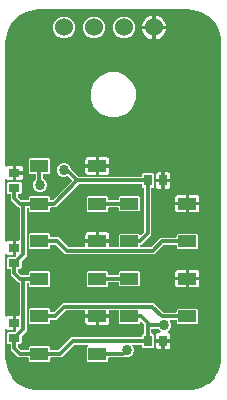
<source format=gbr>
G04 EAGLE Gerber RS-274X export*
G75*
%MOMM*%
%FSLAX34Y34*%
%LPD*%
%INBottom Copper*%
%IPPOS*%
%AMOC8*
5,1,8,0,0,1.08239X$1,22.5*%
G01*
%ADD10R,1.500000X1.000000*%
%ADD11R,0.900000X0.700000*%
%ADD12R,0.700000X0.900000*%
%ADD13C,1.524000*%
%ADD14C,0.855600*%
%ADD15C,0.304800*%

G36*
X158769Y3814D02*
X158769Y3814D01*
X158800Y3812D01*
X162347Y4045D01*
X162370Y4050D01*
X162494Y4069D01*
X169348Y5905D01*
X169362Y5912D01*
X169378Y5914D01*
X169531Y5982D01*
X175676Y9529D01*
X175688Y9539D01*
X175702Y9545D01*
X175833Y9650D01*
X180850Y14667D01*
X180859Y14680D01*
X180872Y14689D01*
X180950Y14795D01*
X180955Y14801D01*
X180958Y14806D01*
X180971Y14824D01*
X184518Y20969D01*
X184524Y20984D01*
X184534Y20996D01*
X184595Y21152D01*
X186431Y28006D01*
X186433Y28029D01*
X186455Y28153D01*
X186688Y31700D01*
X186686Y31719D01*
X186689Y31750D01*
X186689Y298450D01*
X186686Y298469D01*
X186688Y298500D01*
X186455Y302047D01*
X186450Y302070D01*
X186431Y302194D01*
X184595Y309048D01*
X184588Y309062D01*
X184586Y309078D01*
X184518Y309231D01*
X180971Y315376D01*
X180961Y315388D01*
X180955Y315402D01*
X180850Y315533D01*
X175833Y320550D01*
X175820Y320559D01*
X175811Y320572D01*
X175676Y320671D01*
X169531Y324218D01*
X169516Y324224D01*
X169504Y324234D01*
X169348Y324295D01*
X162494Y326131D01*
X162471Y326133D01*
X162347Y326155D01*
X158800Y326388D01*
X158781Y326386D01*
X158750Y326389D01*
X31750Y326389D01*
X31731Y326386D01*
X31700Y326388D01*
X28153Y326155D01*
X28130Y326150D01*
X28006Y326131D01*
X21152Y324295D01*
X21138Y324288D01*
X21122Y324286D01*
X20969Y324218D01*
X14824Y320671D01*
X14812Y320661D01*
X14798Y320655D01*
X14667Y320550D01*
X9650Y315533D01*
X9641Y315520D01*
X9628Y315511D01*
X9529Y315376D01*
X5982Y309231D01*
X5976Y309217D01*
X5966Y309204D01*
X5913Y309068D01*
X5908Y309056D01*
X5907Y309052D01*
X5905Y309048D01*
X4069Y302194D01*
X4067Y302171D01*
X4045Y302047D01*
X3812Y298500D01*
X3814Y298481D01*
X3811Y298450D01*
X3811Y193922D01*
X3822Y193851D01*
X3824Y193779D01*
X3842Y193730D01*
X3850Y193679D01*
X3884Y193616D01*
X3909Y193548D01*
X3941Y193508D01*
X3966Y193462D01*
X4017Y193412D01*
X4062Y193356D01*
X4106Y193328D01*
X4144Y193292D01*
X4209Y193262D01*
X4269Y193223D01*
X4320Y193210D01*
X4367Y193189D01*
X4438Y193181D01*
X4508Y193163D01*
X4560Y193167D01*
X4611Y193161D01*
X4682Y193177D01*
X4753Y193182D01*
X4801Y193203D01*
X4852Y193214D01*
X4913Y193251D01*
X4979Y193279D01*
X5035Y193323D01*
X5063Y193340D01*
X5078Y193358D01*
X5110Y193383D01*
X5370Y193643D01*
X5949Y193978D01*
X6596Y194151D01*
X9907Y194151D01*
X9907Y188872D01*
X9910Y188852D01*
X9908Y188833D01*
X9930Y188731D01*
X9947Y188629D01*
X9956Y188612D01*
X9960Y188592D01*
X10013Y188503D01*
X10062Y188412D01*
X10076Y188398D01*
X10086Y188381D01*
X10165Y188314D01*
X10240Y188243D01*
X10258Y188234D01*
X10273Y188221D01*
X10369Y188182D01*
X10463Y188139D01*
X10483Y188137D01*
X10501Y188129D01*
X10668Y188111D01*
X11431Y188111D01*
X11431Y188109D01*
X10668Y188109D01*
X10648Y188106D01*
X10629Y188108D01*
X10527Y188086D01*
X10425Y188069D01*
X10408Y188060D01*
X10388Y188056D01*
X10299Y188003D01*
X10208Y187954D01*
X10194Y187940D01*
X10177Y187930D01*
X10110Y187851D01*
X10039Y187776D01*
X10030Y187758D01*
X10017Y187743D01*
X9978Y187647D01*
X9935Y187553D01*
X9933Y187533D01*
X9925Y187515D01*
X9907Y187348D01*
X9907Y182069D01*
X6596Y182069D01*
X5949Y182242D01*
X5370Y182577D01*
X5110Y182837D01*
X5052Y182878D01*
X5000Y182928D01*
X4953Y182950D01*
X4911Y182980D01*
X4842Y183001D01*
X4777Y183031D01*
X4725Y183037D01*
X4675Y183053D01*
X4604Y183051D01*
X4533Y183059D01*
X4482Y183047D01*
X4430Y183046D01*
X4362Y183022D01*
X4292Y183006D01*
X4247Y182980D01*
X4199Y182962D01*
X4143Y182917D01*
X4081Y182880D01*
X4047Y182841D01*
X4007Y182808D01*
X3968Y182748D01*
X3921Y182693D01*
X3902Y182645D01*
X3874Y182601D01*
X3856Y182532D01*
X3829Y182465D01*
X3821Y182394D01*
X3813Y182363D01*
X3815Y182339D01*
X3811Y182298D01*
X3811Y130422D01*
X3822Y130351D01*
X3824Y130279D01*
X3842Y130230D01*
X3850Y130179D01*
X3884Y130116D01*
X3909Y130048D01*
X3941Y130008D01*
X3966Y129962D01*
X4017Y129912D01*
X4062Y129856D01*
X4106Y129828D01*
X4144Y129792D01*
X4209Y129762D01*
X4269Y129723D01*
X4320Y129710D01*
X4367Y129689D01*
X4438Y129681D01*
X4508Y129663D01*
X4560Y129667D01*
X4611Y129661D01*
X4682Y129677D01*
X4753Y129682D01*
X4801Y129703D01*
X4852Y129714D01*
X4913Y129751D01*
X4979Y129779D01*
X5035Y129823D01*
X5063Y129840D01*
X5078Y129858D01*
X5110Y129883D01*
X5370Y130143D01*
X5949Y130478D01*
X6596Y130651D01*
X9907Y130651D01*
X9907Y125372D01*
X9910Y125352D01*
X9908Y125333D01*
X9930Y125231D01*
X9947Y125129D01*
X9956Y125112D01*
X9960Y125092D01*
X10013Y125003D01*
X10062Y124912D01*
X10076Y124898D01*
X10086Y124881D01*
X10165Y124814D01*
X10240Y124743D01*
X10258Y124734D01*
X10273Y124721D01*
X10369Y124682D01*
X10463Y124639D01*
X10483Y124637D01*
X10501Y124629D01*
X10668Y124611D01*
X12192Y124611D01*
X12212Y124614D01*
X12231Y124612D01*
X12333Y124634D01*
X12435Y124651D01*
X12452Y124660D01*
X12472Y124664D01*
X12561Y124717D01*
X12652Y124766D01*
X12666Y124780D01*
X12683Y124790D01*
X12750Y124869D01*
X12821Y124944D01*
X12830Y124962D01*
X12843Y124977D01*
X12882Y125073D01*
X12925Y125167D01*
X12927Y125187D01*
X12935Y125205D01*
X12953Y125372D01*
X12953Y130651D01*
X15168Y130651D01*
X15188Y130654D01*
X15207Y130652D01*
X15309Y130674D01*
X15411Y130690D01*
X15428Y130700D01*
X15448Y130704D01*
X15537Y130757D01*
X15628Y130806D01*
X15642Y130820D01*
X15659Y130830D01*
X15726Y130909D01*
X15798Y130984D01*
X15806Y131002D01*
X15819Y131017D01*
X15858Y131113D01*
X15901Y131207D01*
X15903Y131227D01*
X15911Y131245D01*
X15929Y131412D01*
X15929Y157990D01*
X15926Y158010D01*
X15928Y158029D01*
X15906Y158131D01*
X15890Y158233D01*
X15880Y158250D01*
X15876Y158270D01*
X15823Y158359D01*
X15774Y158450D01*
X15760Y158464D01*
X15750Y158481D01*
X15671Y158548D01*
X15596Y158620D01*
X15578Y158628D01*
X15563Y158641D01*
X15467Y158680D01*
X15373Y158723D01*
X15353Y158725D01*
X15335Y158733D01*
X15168Y158751D01*
X14737Y158751D01*
X8381Y165107D01*
X8381Y169324D01*
X8378Y169344D01*
X8380Y169363D01*
X8358Y169465D01*
X8342Y169567D01*
X8332Y169584D01*
X8328Y169604D01*
X8275Y169693D01*
X8226Y169784D01*
X8212Y169798D01*
X8202Y169815D01*
X8123Y169882D01*
X8048Y169954D01*
X8030Y169962D01*
X8015Y169975D01*
X7919Y170014D01*
X7825Y170057D01*
X7805Y170059D01*
X7787Y170067D01*
X7620Y170085D01*
X6298Y170085D01*
X5405Y170978D01*
X5405Y179242D01*
X6298Y180135D01*
X16562Y180135D01*
X17455Y179242D01*
X17455Y170978D01*
X16562Y170085D01*
X15240Y170085D01*
X15220Y170082D01*
X15201Y170084D01*
X15099Y170062D01*
X14997Y170046D01*
X14980Y170036D01*
X14960Y170032D01*
X14871Y169979D01*
X14780Y169930D01*
X14766Y169916D01*
X14749Y169906D01*
X14682Y169827D01*
X14610Y169752D01*
X14602Y169734D01*
X14589Y169719D01*
X14550Y169623D01*
X14507Y169529D01*
X14505Y169509D01*
X14497Y169491D01*
X14479Y169324D01*
X14479Y167948D01*
X14493Y167858D01*
X14501Y167767D01*
X14513Y167737D01*
X14518Y167705D01*
X14561Y167625D01*
X14597Y167541D01*
X14623Y167509D01*
X14634Y167488D01*
X14657Y167466D01*
X14702Y167410D01*
X17040Y165072D01*
X17114Y165019D01*
X17183Y164959D01*
X17213Y164947D01*
X17240Y164928D01*
X17327Y164901D01*
X17411Y164867D01*
X17452Y164863D01*
X17475Y164856D01*
X17507Y164857D01*
X17578Y164849D01*
X22864Y164849D01*
X22884Y164852D01*
X22903Y164850D01*
X23005Y164872D01*
X23107Y164888D01*
X23124Y164898D01*
X23144Y164902D01*
X23233Y164955D01*
X23324Y165004D01*
X23338Y165018D01*
X23355Y165028D01*
X23422Y165107D01*
X23494Y165182D01*
X23502Y165200D01*
X23515Y165215D01*
X23554Y165311D01*
X23597Y165405D01*
X23599Y165425D01*
X23607Y165443D01*
X23625Y165610D01*
X23625Y167432D01*
X24518Y168325D01*
X40782Y168325D01*
X41675Y167432D01*
X41675Y165610D01*
X41678Y165590D01*
X41676Y165571D01*
X41698Y165469D01*
X41714Y165367D01*
X41724Y165350D01*
X41728Y165330D01*
X41781Y165241D01*
X41830Y165150D01*
X41844Y165136D01*
X41854Y165119D01*
X41933Y165052D01*
X42008Y164980D01*
X42026Y164972D01*
X42041Y164959D01*
X42137Y164920D01*
X42231Y164877D01*
X42251Y164875D01*
X42269Y164867D01*
X42436Y164849D01*
X43382Y164849D01*
X43472Y164863D01*
X43563Y164871D01*
X43593Y164883D01*
X43625Y164888D01*
X43705Y164931D01*
X43789Y164967D01*
X43821Y164993D01*
X43842Y165004D01*
X43864Y165027D01*
X43920Y165072D01*
X59920Y181072D01*
X59932Y181088D01*
X59947Y181100D01*
X60003Y181188D01*
X60064Y181271D01*
X60070Y181290D01*
X60080Y181307D01*
X60106Y181408D01*
X60136Y181507D01*
X60136Y181526D01*
X60140Y181546D01*
X60132Y181649D01*
X60130Y181752D01*
X60123Y181771D01*
X60121Y181791D01*
X60081Y181886D01*
X60045Y181983D01*
X60033Y181999D01*
X60025Y182017D01*
X59920Y182148D01*
X56888Y185180D01*
X56794Y185248D01*
X56700Y185318D01*
X56693Y185320D01*
X56688Y185324D01*
X56578Y185358D01*
X56466Y185394D01*
X56459Y185394D01*
X56453Y185396D01*
X56337Y185393D01*
X56220Y185392D01*
X56213Y185390D01*
X56207Y185390D01*
X56190Y185383D01*
X56059Y185345D01*
X54494Y184697D01*
X52186Y184697D01*
X50053Y185581D01*
X48421Y187213D01*
X47537Y189346D01*
X47537Y191654D01*
X48421Y193787D01*
X50053Y195419D01*
X52186Y196303D01*
X54494Y196303D01*
X56627Y195419D01*
X58259Y193787D01*
X59159Y191614D01*
X59194Y191558D01*
X59220Y191498D01*
X59271Y191433D01*
X59289Y191405D01*
X59304Y191393D01*
X59324Y191367D01*
X65810Y184882D01*
X65884Y184829D01*
X65953Y184769D01*
X65983Y184757D01*
X66010Y184738D01*
X66097Y184711D01*
X66181Y184677D01*
X66222Y184673D01*
X66245Y184666D01*
X66277Y184667D01*
X66348Y184659D01*
X118524Y184659D01*
X118544Y184662D01*
X118563Y184660D01*
X118665Y184682D01*
X118767Y184698D01*
X118784Y184708D01*
X118804Y184712D01*
X118893Y184765D01*
X118984Y184814D01*
X118998Y184828D01*
X119015Y184838D01*
X119082Y184917D01*
X119154Y184992D01*
X119162Y185010D01*
X119175Y185025D01*
X119214Y185121D01*
X119257Y185215D01*
X119259Y185235D01*
X119267Y185253D01*
X119285Y185420D01*
X119285Y186742D01*
X120178Y187635D01*
X128442Y187635D01*
X129335Y186742D01*
X129335Y176478D01*
X128442Y175585D01*
X128120Y175585D01*
X128100Y175582D01*
X128081Y175584D01*
X127979Y175562D01*
X127877Y175546D01*
X127860Y175536D01*
X127840Y175532D01*
X127751Y175479D01*
X127660Y175430D01*
X127646Y175416D01*
X127629Y175406D01*
X127562Y175327D01*
X127490Y175252D01*
X127482Y175234D01*
X127469Y175219D01*
X127430Y175123D01*
X127387Y175029D01*
X127385Y175009D01*
X127377Y174991D01*
X127359Y174824D01*
X127359Y135747D01*
X118610Y126999D01*
X118597Y127000D01*
X118495Y126978D01*
X118393Y126962D01*
X118376Y126952D01*
X118356Y126948D01*
X118267Y126895D01*
X118176Y126846D01*
X118162Y126832D01*
X118145Y126822D01*
X118078Y126743D01*
X118006Y126668D01*
X117998Y126650D01*
X117985Y126635D01*
X117946Y126539D01*
X117903Y126445D01*
X117901Y126425D01*
X117893Y126407D01*
X117875Y126240D01*
X117875Y125812D01*
X117878Y125792D01*
X117876Y125773D01*
X117898Y125671D01*
X117914Y125569D01*
X117924Y125552D01*
X117928Y125532D01*
X117981Y125443D01*
X118030Y125352D01*
X118044Y125338D01*
X118054Y125321D01*
X118133Y125254D01*
X118208Y125182D01*
X118226Y125174D01*
X118241Y125161D01*
X118337Y125122D01*
X118431Y125079D01*
X118451Y125077D01*
X118469Y125069D01*
X118636Y125051D01*
X126774Y125051D01*
X126864Y125065D01*
X126955Y125073D01*
X126985Y125085D01*
X127017Y125090D01*
X127097Y125133D01*
X127181Y125169D01*
X127213Y125195D01*
X127234Y125206D01*
X127256Y125229D01*
X127312Y125274D01*
X135137Y133099D01*
X148064Y133099D01*
X148084Y133102D01*
X148103Y133100D01*
X148205Y133122D01*
X148307Y133138D01*
X148324Y133148D01*
X148344Y133152D01*
X148433Y133205D01*
X148524Y133254D01*
X148538Y133268D01*
X148555Y133278D01*
X148622Y133357D01*
X148694Y133432D01*
X148702Y133450D01*
X148715Y133465D01*
X148754Y133561D01*
X148797Y133655D01*
X148799Y133675D01*
X148807Y133693D01*
X148825Y133860D01*
X148825Y135682D01*
X149718Y136575D01*
X165982Y136575D01*
X166875Y135682D01*
X166875Y124418D01*
X165982Y123525D01*
X149718Y123525D01*
X148825Y124418D01*
X148825Y126240D01*
X148822Y126260D01*
X148824Y126279D01*
X148802Y126381D01*
X148786Y126483D01*
X148776Y126500D01*
X148772Y126520D01*
X148719Y126609D01*
X148670Y126700D01*
X148656Y126714D01*
X148646Y126731D01*
X148567Y126798D01*
X148492Y126870D01*
X148474Y126878D01*
X148459Y126891D01*
X148363Y126930D01*
X148269Y126973D01*
X148249Y126975D01*
X148231Y126983D01*
X148064Y127001D01*
X137978Y127001D01*
X137888Y126987D01*
X137797Y126979D01*
X137767Y126967D01*
X137735Y126962D01*
X137655Y126919D01*
X137571Y126883D01*
X137539Y126857D01*
X137518Y126846D01*
X137496Y126823D01*
X137440Y126778D01*
X129615Y118953D01*
X54535Y118953D01*
X46460Y127028D01*
X46386Y127081D01*
X46317Y127141D01*
X46287Y127153D01*
X46260Y127172D01*
X46173Y127199D01*
X46089Y127233D01*
X46048Y127237D01*
X46025Y127244D01*
X45993Y127243D01*
X45922Y127251D01*
X42436Y127251D01*
X42416Y127248D01*
X42397Y127250D01*
X42295Y127228D01*
X42193Y127212D01*
X42176Y127202D01*
X42156Y127198D01*
X42067Y127145D01*
X41976Y127096D01*
X41962Y127082D01*
X41945Y127072D01*
X41878Y126993D01*
X41806Y126918D01*
X41798Y126900D01*
X41785Y126885D01*
X41746Y126789D01*
X41703Y126695D01*
X41701Y126675D01*
X41693Y126657D01*
X41675Y126490D01*
X41675Y124668D01*
X40782Y123775D01*
X24518Y123775D01*
X23625Y124668D01*
X23625Y135932D01*
X24518Y136825D01*
X40782Y136825D01*
X41675Y135932D01*
X41675Y134110D01*
X41678Y134090D01*
X41676Y134071D01*
X41698Y133969D01*
X41714Y133867D01*
X41724Y133850D01*
X41728Y133830D01*
X41781Y133741D01*
X41830Y133650D01*
X41844Y133636D01*
X41854Y133619D01*
X41933Y133552D01*
X42008Y133480D01*
X42026Y133472D01*
X42041Y133459D01*
X42137Y133420D01*
X42231Y133377D01*
X42251Y133375D01*
X42269Y133367D01*
X42436Y133349D01*
X48763Y133349D01*
X56838Y125274D01*
X56912Y125221D01*
X56981Y125161D01*
X57011Y125149D01*
X57038Y125130D01*
X57125Y125103D01*
X57209Y125069D01*
X57250Y125065D01*
X57273Y125058D01*
X57305Y125059D01*
X57376Y125051D01*
X70848Y125051D01*
X70868Y125054D01*
X70887Y125052D01*
X70989Y125074D01*
X71091Y125090D01*
X71108Y125100D01*
X71128Y125104D01*
X71217Y125157D01*
X71308Y125206D01*
X71322Y125220D01*
X71339Y125230D01*
X71406Y125309D01*
X71478Y125384D01*
X71486Y125402D01*
X71499Y125417D01*
X71538Y125513D01*
X71581Y125607D01*
X71583Y125627D01*
X71591Y125645D01*
X71609Y125812D01*
X71609Y128777D01*
X80888Y128777D01*
X80908Y128780D01*
X80927Y128778D01*
X81029Y128800D01*
X81131Y128817D01*
X81148Y128826D01*
X81168Y128830D01*
X81257Y128883D01*
X81348Y128932D01*
X81362Y128946D01*
X81379Y128956D01*
X81446Y129035D01*
X81517Y129110D01*
X81526Y129128D01*
X81539Y129143D01*
X81578Y129239D01*
X81621Y129333D01*
X81623Y129353D01*
X81631Y129371D01*
X81649Y129538D01*
X81649Y130301D01*
X81651Y130301D01*
X81651Y129538D01*
X81654Y129518D01*
X81652Y129499D01*
X81674Y129397D01*
X81691Y129295D01*
X81700Y129278D01*
X81704Y129258D01*
X81757Y129169D01*
X81806Y129078D01*
X81820Y129064D01*
X81830Y129047D01*
X81909Y128980D01*
X81984Y128909D01*
X82002Y128900D01*
X82017Y128887D01*
X82113Y128848D01*
X82207Y128805D01*
X82227Y128803D01*
X82245Y128795D01*
X82412Y128777D01*
X91691Y128777D01*
X91691Y125812D01*
X91694Y125792D01*
X91692Y125773D01*
X91714Y125671D01*
X91730Y125569D01*
X91740Y125552D01*
X91744Y125532D01*
X91797Y125443D01*
X91846Y125352D01*
X91860Y125338D01*
X91870Y125321D01*
X91949Y125254D01*
X92024Y125182D01*
X92042Y125174D01*
X92057Y125161D01*
X92153Y125122D01*
X92247Y125079D01*
X92267Y125077D01*
X92285Y125069D01*
X92452Y125051D01*
X99064Y125051D01*
X99084Y125054D01*
X99103Y125052D01*
X99205Y125074D01*
X99307Y125090D01*
X99324Y125100D01*
X99344Y125104D01*
X99433Y125157D01*
X99524Y125206D01*
X99538Y125220D01*
X99555Y125230D01*
X99622Y125309D01*
X99694Y125384D01*
X99702Y125402D01*
X99715Y125417D01*
X99754Y125513D01*
X99797Y125607D01*
X99799Y125627D01*
X99807Y125645D01*
X99825Y125812D01*
X99825Y135682D01*
X100718Y136575D01*
X116982Y136575D01*
X117734Y135822D01*
X117750Y135811D01*
X117763Y135795D01*
X117850Y135739D01*
X117934Y135679D01*
X117953Y135673D01*
X117970Y135662D01*
X118070Y135637D01*
X118169Y135606D01*
X118189Y135607D01*
X118208Y135602D01*
X118311Y135610D01*
X118415Y135613D01*
X118434Y135620D01*
X118453Y135621D01*
X118548Y135661D01*
X118646Y135697D01*
X118661Y135710D01*
X118680Y135717D01*
X118811Y135822D01*
X121038Y138050D01*
X121086Y138116D01*
X121093Y138124D01*
X121096Y138129D01*
X121151Y138193D01*
X121163Y138223D01*
X121182Y138250D01*
X121209Y138337D01*
X121243Y138421D01*
X121247Y138462D01*
X121254Y138485D01*
X121253Y138517D01*
X121261Y138588D01*
X121261Y174824D01*
X121258Y174844D01*
X121260Y174863D01*
X121238Y174965D01*
X121222Y175067D01*
X121212Y175084D01*
X121208Y175104D01*
X121155Y175193D01*
X121106Y175284D01*
X121092Y175298D01*
X121082Y175315D01*
X121003Y175382D01*
X120928Y175454D01*
X120910Y175462D01*
X120895Y175475D01*
X120799Y175514D01*
X120705Y175557D01*
X120685Y175559D01*
X120667Y175567D01*
X120500Y175585D01*
X120178Y175585D01*
X119285Y176478D01*
X119285Y177800D01*
X119282Y177820D01*
X119284Y177839D01*
X119262Y177941D01*
X119246Y178043D01*
X119236Y178060D01*
X119232Y178080D01*
X119179Y178169D01*
X119130Y178260D01*
X119116Y178274D01*
X119106Y178291D01*
X119027Y178358D01*
X118952Y178430D01*
X118934Y178438D01*
X118919Y178451D01*
X118823Y178490D01*
X118729Y178533D01*
X118709Y178535D01*
X118691Y178543D01*
X118524Y178561D01*
X66348Y178561D01*
X66258Y178547D01*
X66167Y178539D01*
X66137Y178527D01*
X66105Y178522D01*
X66025Y178479D01*
X65941Y178443D01*
X65909Y178417D01*
X65888Y178406D01*
X65866Y178383D01*
X65810Y178338D01*
X46223Y158751D01*
X42436Y158751D01*
X42416Y158748D01*
X42397Y158750D01*
X42295Y158728D01*
X42193Y158712D01*
X42176Y158702D01*
X42156Y158698D01*
X42067Y158645D01*
X41976Y158596D01*
X41962Y158582D01*
X41945Y158572D01*
X41878Y158493D01*
X41806Y158418D01*
X41798Y158400D01*
X41785Y158385D01*
X41746Y158289D01*
X41703Y158195D01*
X41701Y158175D01*
X41693Y158157D01*
X41675Y157990D01*
X41675Y156168D01*
X40782Y155275D01*
X24518Y155275D01*
X23625Y156168D01*
X23625Y157990D01*
X23622Y158010D01*
X23624Y158029D01*
X23602Y158131D01*
X23586Y158233D01*
X23576Y158250D01*
X23572Y158270D01*
X23519Y158359D01*
X23470Y158450D01*
X23456Y158464D01*
X23446Y158481D01*
X23367Y158548D01*
X23292Y158620D01*
X23274Y158628D01*
X23259Y158641D01*
X23163Y158680D01*
X23069Y158723D01*
X23049Y158725D01*
X23031Y158733D01*
X22864Y158751D01*
X22788Y158751D01*
X22768Y158748D01*
X22749Y158750D01*
X22647Y158728D01*
X22545Y158712D01*
X22528Y158702D01*
X22508Y158698D01*
X22419Y158645D01*
X22328Y158596D01*
X22314Y158582D01*
X22297Y158572D01*
X22230Y158493D01*
X22158Y158418D01*
X22150Y158400D01*
X22137Y158385D01*
X22098Y158289D01*
X22055Y158195D01*
X22053Y158175D01*
X22045Y158157D01*
X22027Y157990D01*
X22027Y117895D01*
X17678Y113546D01*
X17625Y113472D01*
X17565Y113403D01*
X17553Y113373D01*
X17534Y113346D01*
X17507Y113259D01*
X17473Y113175D01*
X17469Y113134D01*
X17462Y113111D01*
X17463Y113079D01*
X17455Y113008D01*
X17455Y107478D01*
X16562Y106585D01*
X15240Y106585D01*
X15220Y106582D01*
X15201Y106584D01*
X15099Y106562D01*
X14997Y106546D01*
X14980Y106536D01*
X14960Y106532D01*
X14871Y106479D01*
X14780Y106430D01*
X14766Y106416D01*
X14749Y106406D01*
X14682Y106327D01*
X14610Y106252D01*
X14602Y106234D01*
X14589Y106219D01*
X14550Y106123D01*
X14507Y106029D01*
X14505Y106009D01*
X14497Y105991D01*
X14479Y105824D01*
X14479Y104448D01*
X14493Y104358D01*
X14501Y104267D01*
X14513Y104237D01*
X14518Y104205D01*
X14561Y104125D01*
X14597Y104041D01*
X14623Y104009D01*
X14634Y103988D01*
X14657Y103966D01*
X14702Y103910D01*
X17040Y101572D01*
X17114Y101519D01*
X17183Y101459D01*
X17213Y101447D01*
X17240Y101428D01*
X17327Y101401D01*
X17411Y101367D01*
X17452Y101363D01*
X17475Y101356D01*
X17507Y101357D01*
X17578Y101349D01*
X22864Y101349D01*
X22884Y101352D01*
X22903Y101350D01*
X23005Y101372D01*
X23107Y101388D01*
X23124Y101398D01*
X23144Y101402D01*
X23233Y101455D01*
X23324Y101504D01*
X23338Y101518D01*
X23355Y101528D01*
X23422Y101607D01*
X23494Y101682D01*
X23502Y101700D01*
X23515Y101715D01*
X23554Y101811D01*
X23597Y101905D01*
X23599Y101925D01*
X23607Y101943D01*
X23625Y102110D01*
X23625Y103932D01*
X24518Y104825D01*
X40782Y104825D01*
X41675Y103932D01*
X41675Y92668D01*
X40782Y91775D01*
X24518Y91775D01*
X23625Y92668D01*
X23625Y94490D01*
X23622Y94510D01*
X23624Y94529D01*
X23602Y94631D01*
X23586Y94733D01*
X23576Y94750D01*
X23572Y94770D01*
X23519Y94859D01*
X23470Y94950D01*
X23456Y94964D01*
X23446Y94981D01*
X23367Y95048D01*
X23292Y95120D01*
X23274Y95128D01*
X23259Y95141D01*
X23163Y95180D01*
X23069Y95223D01*
X23049Y95225D01*
X23031Y95233D01*
X22864Y95251D01*
X22788Y95251D01*
X22768Y95248D01*
X22749Y95250D01*
X22647Y95228D01*
X22545Y95212D01*
X22528Y95202D01*
X22508Y95198D01*
X22419Y95145D01*
X22328Y95096D01*
X22314Y95082D01*
X22297Y95072D01*
X22230Y94993D01*
X22158Y94918D01*
X22150Y94900D01*
X22137Y94885D01*
X22098Y94789D01*
X22055Y94695D01*
X22053Y94675D01*
X22045Y94657D01*
X22027Y94490D01*
X22027Y54395D01*
X17678Y50046D01*
X17625Y49972D01*
X17565Y49903D01*
X17553Y49873D01*
X17534Y49846D01*
X17507Y49759D01*
X17473Y49675D01*
X17469Y49634D01*
X17462Y49611D01*
X17463Y49579D01*
X17455Y49508D01*
X17455Y43978D01*
X16562Y43085D01*
X15240Y43085D01*
X15220Y43082D01*
X15201Y43084D01*
X15099Y43062D01*
X14997Y43046D01*
X14980Y43036D01*
X14960Y43032D01*
X14871Y42979D01*
X14780Y42930D01*
X14766Y42916D01*
X14749Y42906D01*
X14682Y42827D01*
X14610Y42752D01*
X14602Y42734D01*
X14589Y42719D01*
X14550Y42623D01*
X14507Y42529D01*
X14505Y42509D01*
X14497Y42491D01*
X14479Y42324D01*
X14479Y40948D01*
X14493Y40858D01*
X14501Y40767D01*
X14513Y40737D01*
X14518Y40705D01*
X14561Y40625D01*
X14597Y40541D01*
X14623Y40509D01*
X14634Y40488D01*
X14657Y40466D01*
X14702Y40410D01*
X17040Y38072D01*
X17114Y38019D01*
X17183Y37959D01*
X17213Y37947D01*
X17240Y37928D01*
X17327Y37901D01*
X17411Y37867D01*
X17452Y37863D01*
X17475Y37856D01*
X17507Y37857D01*
X17578Y37849D01*
X22864Y37849D01*
X22884Y37852D01*
X22903Y37850D01*
X23005Y37872D01*
X23107Y37888D01*
X23124Y37898D01*
X23144Y37902D01*
X23233Y37955D01*
X23324Y38004D01*
X23338Y38018D01*
X23355Y38028D01*
X23422Y38107D01*
X23494Y38182D01*
X23502Y38200D01*
X23515Y38215D01*
X23554Y38311D01*
X23597Y38405D01*
X23599Y38425D01*
X23607Y38443D01*
X23625Y38610D01*
X23625Y40432D01*
X24518Y41325D01*
X40782Y41325D01*
X41675Y40432D01*
X41675Y38610D01*
X41678Y38590D01*
X41676Y38571D01*
X41698Y38469D01*
X41714Y38367D01*
X41724Y38350D01*
X41728Y38330D01*
X41781Y38241D01*
X41830Y38150D01*
X41844Y38136D01*
X41854Y38119D01*
X41933Y38052D01*
X42008Y37980D01*
X42026Y37972D01*
X42041Y37959D01*
X42137Y37920D01*
X42231Y37877D01*
X42251Y37875D01*
X42269Y37867D01*
X42436Y37849D01*
X48462Y37849D01*
X48552Y37863D01*
X48643Y37871D01*
X48673Y37883D01*
X48705Y37888D01*
X48785Y37931D01*
X48869Y37967D01*
X48901Y37993D01*
X48922Y38004D01*
X48944Y38027D01*
X49000Y38072D01*
X59697Y48769D01*
X118524Y48769D01*
X118544Y48772D01*
X118563Y48770D01*
X118665Y48792D01*
X118767Y48808D01*
X118784Y48818D01*
X118804Y48822D01*
X118893Y48875D01*
X118984Y48924D01*
X118998Y48938D01*
X119015Y48948D01*
X119082Y49027D01*
X119154Y49102D01*
X119162Y49120D01*
X119175Y49135D01*
X119214Y49231D01*
X119257Y49325D01*
X119259Y49345D01*
X119267Y49363D01*
X119285Y49530D01*
X119285Y50852D01*
X120178Y51745D01*
X120500Y51745D01*
X120520Y51748D01*
X120539Y51746D01*
X120641Y51768D01*
X120743Y51784D01*
X120760Y51794D01*
X120780Y51798D01*
X120869Y51851D01*
X120960Y51900D01*
X120974Y51914D01*
X120991Y51924D01*
X121058Y52003D01*
X121130Y52078D01*
X121138Y52096D01*
X121151Y52111D01*
X121190Y52207D01*
X121233Y52301D01*
X121235Y52321D01*
X121243Y52339D01*
X121261Y52506D01*
X121261Y59532D01*
X121247Y59622D01*
X121239Y59713D01*
X121227Y59743D01*
X121222Y59775D01*
X121179Y59855D01*
X121143Y59939D01*
X121117Y59971D01*
X121106Y59992D01*
X121083Y60014D01*
X121038Y60070D01*
X119174Y61934D01*
X119116Y61976D01*
X119064Y62025D01*
X119017Y62047D01*
X118975Y62078D01*
X118906Y62099D01*
X118841Y62129D01*
X118789Y62135D01*
X118739Y62150D01*
X118668Y62148D01*
X118597Y62156D01*
X118546Y62145D01*
X118494Y62144D01*
X118426Y62119D01*
X118356Y62104D01*
X118312Y62077D01*
X118263Y62059D01*
X118207Y62014D01*
X118145Y61978D01*
X118111Y61938D01*
X118071Y61906D01*
X118032Y61845D01*
X117985Y61791D01*
X117966Y61742D01*
X117938Y61699D01*
X117920Y61629D01*
X117893Y61563D01*
X117885Y61491D01*
X117877Y61460D01*
X117879Y61437D01*
X117875Y61396D01*
X117875Y60918D01*
X116982Y60025D01*
X100718Y60025D01*
X99825Y60918D01*
X99825Y71038D01*
X99822Y71058D01*
X99824Y71077D01*
X99802Y71179D01*
X99786Y71281D01*
X99776Y71298D01*
X99772Y71318D01*
X99719Y71407D01*
X99670Y71498D01*
X99656Y71512D01*
X99646Y71529D01*
X99567Y71596D01*
X99492Y71668D01*
X99474Y71676D01*
X99459Y71689D01*
X99363Y71728D01*
X99269Y71771D01*
X99249Y71773D01*
X99231Y71781D01*
X99064Y71799D01*
X92452Y71799D01*
X92432Y71796D01*
X92413Y71798D01*
X92311Y71776D01*
X92209Y71760D01*
X92192Y71750D01*
X92172Y71746D01*
X92083Y71693D01*
X91992Y71644D01*
X91978Y71630D01*
X91961Y71620D01*
X91894Y71541D01*
X91822Y71466D01*
X91814Y71448D01*
X91801Y71433D01*
X91762Y71337D01*
X91719Y71243D01*
X91717Y71223D01*
X91709Y71205D01*
X91691Y71038D01*
X91691Y68323D01*
X82412Y68323D01*
X82392Y68320D01*
X82373Y68322D01*
X82271Y68300D01*
X82169Y68283D01*
X82152Y68274D01*
X82132Y68270D01*
X82043Y68217D01*
X81952Y68168D01*
X81938Y68154D01*
X81921Y68144D01*
X81854Y68065D01*
X81783Y67990D01*
X81774Y67972D01*
X81761Y67957D01*
X81722Y67861D01*
X81679Y67767D01*
X81677Y67747D01*
X81669Y67729D01*
X81651Y67562D01*
X81651Y66799D01*
X81649Y66799D01*
X81649Y67562D01*
X81646Y67582D01*
X81648Y67601D01*
X81626Y67703D01*
X81609Y67805D01*
X81600Y67822D01*
X81596Y67842D01*
X81543Y67931D01*
X81494Y68022D01*
X81480Y68036D01*
X81470Y68053D01*
X81391Y68120D01*
X81316Y68191D01*
X81298Y68200D01*
X81283Y68213D01*
X81187Y68252D01*
X81093Y68295D01*
X81073Y68297D01*
X81055Y68305D01*
X80888Y68323D01*
X71609Y68323D01*
X71609Y71038D01*
X71606Y71058D01*
X71608Y71077D01*
X71586Y71179D01*
X71570Y71281D01*
X71560Y71298D01*
X71556Y71318D01*
X71503Y71407D01*
X71454Y71498D01*
X71440Y71512D01*
X71430Y71529D01*
X71351Y71596D01*
X71276Y71668D01*
X71258Y71676D01*
X71243Y71689D01*
X71147Y71728D01*
X71053Y71771D01*
X71033Y71773D01*
X71015Y71781D01*
X70848Y71799D01*
X55346Y71799D01*
X55256Y71785D01*
X55165Y71777D01*
X55135Y71765D01*
X55103Y71760D01*
X55023Y71717D01*
X54939Y71681D01*
X54907Y71655D01*
X54886Y71644D01*
X54864Y71621D01*
X54808Y71576D01*
X46983Y63751D01*
X42436Y63751D01*
X42416Y63748D01*
X42397Y63750D01*
X42295Y63728D01*
X42193Y63712D01*
X42176Y63702D01*
X42156Y63698D01*
X42067Y63645D01*
X41976Y63596D01*
X41962Y63582D01*
X41945Y63572D01*
X41878Y63493D01*
X41806Y63418D01*
X41798Y63400D01*
X41785Y63385D01*
X41746Y63289D01*
X41703Y63195D01*
X41701Y63175D01*
X41693Y63157D01*
X41675Y62990D01*
X41675Y61168D01*
X40782Y60275D01*
X24518Y60275D01*
X23625Y61168D01*
X23625Y72432D01*
X24518Y73325D01*
X40782Y73325D01*
X41675Y72432D01*
X41675Y70610D01*
X41678Y70590D01*
X41676Y70571D01*
X41698Y70469D01*
X41714Y70367D01*
X41724Y70350D01*
X41728Y70330D01*
X41781Y70241D01*
X41830Y70150D01*
X41844Y70136D01*
X41854Y70119D01*
X41933Y70052D01*
X42008Y69980D01*
X42026Y69972D01*
X42041Y69959D01*
X42137Y69920D01*
X42231Y69877D01*
X42251Y69875D01*
X42269Y69867D01*
X42436Y69849D01*
X44142Y69849D01*
X44232Y69863D01*
X44323Y69871D01*
X44353Y69883D01*
X44385Y69888D01*
X44465Y69931D01*
X44549Y69967D01*
X44581Y69993D01*
X44602Y70004D01*
X44624Y70027D01*
X44680Y70072D01*
X52505Y77897D01*
X129365Y77897D01*
X137440Y69822D01*
X137514Y69769D01*
X137583Y69709D01*
X137613Y69697D01*
X137640Y69678D01*
X137727Y69651D01*
X137811Y69617D01*
X137852Y69613D01*
X137875Y69606D01*
X137907Y69607D01*
X137978Y69599D01*
X148064Y69599D01*
X148084Y69602D01*
X148103Y69600D01*
X148205Y69622D01*
X148307Y69638D01*
X148324Y69648D01*
X148344Y69652D01*
X148433Y69705D01*
X148524Y69754D01*
X148538Y69768D01*
X148555Y69778D01*
X148622Y69857D01*
X148694Y69932D01*
X148702Y69950D01*
X148715Y69965D01*
X148754Y70061D01*
X148797Y70155D01*
X148799Y70175D01*
X148807Y70193D01*
X148825Y70360D01*
X148825Y72182D01*
X149718Y73075D01*
X165982Y73075D01*
X166875Y72182D01*
X166875Y60918D01*
X165982Y60025D01*
X149718Y60025D01*
X148825Y60918D01*
X148825Y62740D01*
X148822Y62760D01*
X148824Y62779D01*
X148802Y62881D01*
X148786Y62983D01*
X148776Y63000D01*
X148772Y63020D01*
X148719Y63109D01*
X148670Y63200D01*
X148656Y63214D01*
X148646Y63231D01*
X148567Y63298D01*
X148492Y63370D01*
X148474Y63378D01*
X148459Y63391D01*
X148363Y63430D01*
X148269Y63473D01*
X148249Y63475D01*
X148231Y63483D01*
X148064Y63501D01*
X143901Y63501D01*
X143830Y63490D01*
X143758Y63488D01*
X143709Y63470D01*
X143658Y63462D01*
X143595Y63428D01*
X143527Y63403D01*
X143487Y63371D01*
X143441Y63346D01*
X143391Y63295D01*
X143335Y63250D01*
X143307Y63206D01*
X143271Y63168D01*
X143241Y63103D01*
X143202Y63043D01*
X143190Y62992D01*
X143168Y62945D01*
X143160Y62874D01*
X143142Y62804D01*
X143146Y62752D01*
X143141Y62701D01*
X143156Y62630D01*
X143161Y62559D01*
X143182Y62511D01*
X143193Y62460D01*
X143230Y62399D01*
X143258Y62333D01*
X143303Y62277D01*
X143319Y62249D01*
X143337Y62234D01*
X143346Y62222D01*
X144233Y60082D01*
X144233Y57774D01*
X143349Y55641D01*
X141708Y53999D01*
X141630Y53951D01*
X141529Y53889D01*
X141527Y53888D01*
X141526Y53886D01*
X141448Y53792D01*
X141371Y53700D01*
X141370Y53699D01*
X141369Y53697D01*
X141326Y53586D01*
X141281Y53471D01*
X141281Y53469D01*
X141280Y53467D01*
X141275Y53350D01*
X141270Y53226D01*
X141270Y53224D01*
X141270Y53222D01*
X141303Y53107D01*
X141337Y52989D01*
X141338Y52987D01*
X141338Y52985D01*
X141407Y52886D01*
X141476Y52786D01*
X141478Y52785D01*
X141479Y52783D01*
X141576Y52711D01*
X141673Y52638D01*
X141675Y52637D01*
X141676Y52637D01*
X141683Y52634D01*
X141766Y52602D01*
X142370Y52253D01*
X142843Y51780D01*
X143178Y51201D01*
X143351Y50554D01*
X143351Y47243D01*
X138072Y47243D01*
X138052Y47240D01*
X138033Y47242D01*
X137931Y47220D01*
X137829Y47203D01*
X137812Y47194D01*
X137792Y47190D01*
X137703Y47137D01*
X137612Y47088D01*
X137598Y47074D01*
X137581Y47064D01*
X137514Y46985D01*
X137443Y46910D01*
X137434Y46892D01*
X137421Y46877D01*
X137382Y46781D01*
X137339Y46687D01*
X137337Y46667D01*
X137329Y46649D01*
X137311Y46482D01*
X137311Y45719D01*
X137309Y45719D01*
X137309Y46482D01*
X137306Y46502D01*
X137308Y46521D01*
X137286Y46623D01*
X137269Y46725D01*
X137260Y46742D01*
X137256Y46762D01*
X137203Y46851D01*
X137154Y46942D01*
X137140Y46956D01*
X137130Y46973D01*
X137051Y47040D01*
X136976Y47111D01*
X136958Y47120D01*
X136943Y47133D01*
X136847Y47172D01*
X136753Y47215D01*
X136733Y47217D01*
X136715Y47225D01*
X136548Y47243D01*
X131269Y47243D01*
X131269Y50554D01*
X131442Y51201D01*
X131777Y51780D01*
X132250Y52253D01*
X132829Y52588D01*
X133476Y52761D01*
X134553Y52761D01*
X134624Y52772D01*
X134696Y52774D01*
X134745Y52792D01*
X134796Y52800D01*
X134859Y52834D01*
X134927Y52859D01*
X134967Y52891D01*
X135013Y52916D01*
X135063Y52968D01*
X135119Y53012D01*
X135147Y53056D01*
X135183Y53094D01*
X135213Y53159D01*
X135252Y53219D01*
X135264Y53270D01*
X135286Y53317D01*
X135294Y53388D01*
X135312Y53458D01*
X135308Y53510D01*
X135313Y53561D01*
X135298Y53632D01*
X135293Y53703D01*
X135272Y53751D01*
X135261Y53802D01*
X135224Y53863D01*
X135196Y53929D01*
X135151Y53985D01*
X135135Y54013D01*
X135117Y54028D01*
X135091Y54060D01*
X133495Y55656D01*
X133421Y55709D01*
X133352Y55769D01*
X133322Y55781D01*
X133296Y55800D01*
X133208Y55827D01*
X133124Y55861D01*
X133083Y55865D01*
X133061Y55872D01*
X133028Y55871D01*
X132957Y55879D01*
X128120Y55879D01*
X128100Y55876D01*
X128081Y55878D01*
X127979Y55856D01*
X127877Y55840D01*
X127860Y55830D01*
X127840Y55826D01*
X127751Y55773D01*
X127660Y55724D01*
X127646Y55710D01*
X127629Y55700D01*
X127562Y55621D01*
X127490Y55546D01*
X127482Y55528D01*
X127469Y55513D01*
X127430Y55417D01*
X127387Y55323D01*
X127385Y55303D01*
X127377Y55285D01*
X127359Y55118D01*
X127359Y52506D01*
X127360Y52496D01*
X127360Y52491D01*
X127362Y52483D01*
X127360Y52467D01*
X127382Y52365D01*
X127398Y52263D01*
X127408Y52246D01*
X127412Y52226D01*
X127465Y52137D01*
X127514Y52046D01*
X127528Y52032D01*
X127538Y52015D01*
X127617Y51948D01*
X127692Y51876D01*
X127710Y51868D01*
X127725Y51855D01*
X127821Y51816D01*
X127915Y51773D01*
X127935Y51771D01*
X127953Y51763D01*
X128120Y51745D01*
X128442Y51745D01*
X129335Y50852D01*
X129335Y40588D01*
X128442Y39695D01*
X120178Y39695D01*
X119285Y40588D01*
X119285Y41910D01*
X119282Y41930D01*
X119284Y41949D01*
X119262Y42051D01*
X119246Y42153D01*
X119236Y42170D01*
X119232Y42190D01*
X119179Y42279D01*
X119130Y42370D01*
X119116Y42384D01*
X119106Y42401D01*
X119027Y42468D01*
X118952Y42540D01*
X118934Y42548D01*
X118919Y42561D01*
X118823Y42600D01*
X118729Y42643D01*
X118709Y42645D01*
X118691Y42653D01*
X118524Y42671D01*
X112153Y42671D01*
X112082Y42660D01*
X112010Y42658D01*
X111961Y42640D01*
X111910Y42632D01*
X111847Y42598D01*
X111779Y42573D01*
X111739Y42541D01*
X111693Y42516D01*
X111643Y42464D01*
X111587Y42420D01*
X111559Y42376D01*
X111523Y42338D01*
X111493Y42273D01*
X111454Y42213D01*
X111442Y42162D01*
X111420Y42115D01*
X111412Y42044D01*
X111394Y41974D01*
X111398Y41922D01*
X111393Y41871D01*
X111408Y41800D01*
X111413Y41729D01*
X111434Y41681D01*
X111445Y41630D01*
X111482Y41569D01*
X111510Y41503D01*
X111555Y41447D01*
X111571Y41419D01*
X111589Y41404D01*
X111596Y41395D01*
X112483Y39254D01*
X112483Y36946D01*
X111599Y34813D01*
X109967Y33181D01*
X107834Y32297D01*
X105504Y32297D01*
X105414Y32283D01*
X105323Y32275D01*
X105293Y32263D01*
X105261Y32258D01*
X105181Y32215D01*
X105097Y32179D01*
X105065Y32153D01*
X105044Y32142D01*
X105022Y32119D01*
X104966Y32074D01*
X104643Y31751D01*
X91436Y31751D01*
X91416Y31748D01*
X91397Y31750D01*
X91295Y31728D01*
X91193Y31712D01*
X91176Y31702D01*
X91156Y31698D01*
X91067Y31645D01*
X90976Y31596D01*
X90962Y31582D01*
X90945Y31572D01*
X90878Y31493D01*
X90806Y31418D01*
X90798Y31400D01*
X90785Y31385D01*
X90746Y31289D01*
X90703Y31195D01*
X90701Y31175D01*
X90693Y31157D01*
X90675Y30990D01*
X90675Y29168D01*
X89782Y28275D01*
X73518Y28275D01*
X72625Y29168D01*
X72625Y40432D01*
X73565Y41372D01*
X73607Y41430D01*
X73657Y41482D01*
X73679Y41529D01*
X73709Y41571D01*
X73730Y41640D01*
X73760Y41705D01*
X73766Y41757D01*
X73781Y41807D01*
X73779Y41878D01*
X73787Y41949D01*
X73776Y42000D01*
X73775Y42052D01*
X73750Y42120D01*
X73735Y42190D01*
X73708Y42235D01*
X73691Y42283D01*
X73646Y42339D01*
X73609Y42401D01*
X73569Y42435D01*
X73537Y42475D01*
X73477Y42514D01*
X73422Y42561D01*
X73374Y42580D01*
X73330Y42608D01*
X73260Y42626D01*
X73194Y42653D01*
X73123Y42661D01*
X73091Y42669D01*
X73068Y42667D01*
X73027Y42671D01*
X62538Y42671D01*
X62448Y42657D01*
X62357Y42649D01*
X62327Y42637D01*
X62295Y42632D01*
X62215Y42589D01*
X62131Y42553D01*
X62099Y42527D01*
X62078Y42516D01*
X62056Y42493D01*
X62000Y42448D01*
X51303Y31751D01*
X42436Y31751D01*
X42416Y31748D01*
X42397Y31750D01*
X42295Y31728D01*
X42193Y31712D01*
X42176Y31702D01*
X42156Y31698D01*
X42067Y31645D01*
X41976Y31596D01*
X41962Y31582D01*
X41945Y31572D01*
X41878Y31493D01*
X41806Y31418D01*
X41798Y31400D01*
X41785Y31385D01*
X41746Y31289D01*
X41703Y31195D01*
X41701Y31175D01*
X41693Y31157D01*
X41675Y30990D01*
X41675Y29168D01*
X40782Y28275D01*
X24518Y28275D01*
X23625Y29168D01*
X23625Y30990D01*
X23622Y31010D01*
X23624Y31029D01*
X23602Y31131D01*
X23586Y31233D01*
X23576Y31250D01*
X23572Y31270D01*
X23519Y31359D01*
X23470Y31450D01*
X23456Y31464D01*
X23446Y31481D01*
X23367Y31548D01*
X23292Y31620D01*
X23274Y31628D01*
X23259Y31641D01*
X23163Y31680D01*
X23069Y31723D01*
X23049Y31725D01*
X23031Y31733D01*
X22864Y31751D01*
X14737Y31751D01*
X8381Y38107D01*
X8381Y42324D01*
X8378Y42344D01*
X8380Y42363D01*
X8358Y42465D01*
X8342Y42567D01*
X8332Y42584D01*
X8328Y42604D01*
X8275Y42693D01*
X8226Y42784D01*
X8212Y42798D01*
X8202Y42815D01*
X8123Y42882D01*
X8048Y42954D01*
X8030Y42962D01*
X8015Y42975D01*
X7919Y43014D01*
X7825Y43057D01*
X7805Y43059D01*
X7787Y43067D01*
X7620Y43085D01*
X6298Y43085D01*
X5405Y43978D01*
X5405Y52242D01*
X6298Y53135D01*
X11828Y53135D01*
X11918Y53149D01*
X12009Y53157D01*
X12039Y53169D01*
X12071Y53174D01*
X12151Y53217D01*
X12235Y53253D01*
X12267Y53279D01*
X12288Y53290D01*
X12310Y53313D01*
X12366Y53358D01*
X12778Y53770D01*
X12820Y53828D01*
X12869Y53880D01*
X12891Y53927D01*
X12922Y53969D01*
X12943Y54038D01*
X12973Y54103D01*
X12979Y54155D01*
X12994Y54204D01*
X12992Y54276D01*
X13000Y54347D01*
X12989Y54398D01*
X12988Y54450D01*
X12963Y54518D01*
X12953Y54563D01*
X12953Y60348D01*
X12950Y60368D01*
X12952Y60387D01*
X12930Y60489D01*
X12913Y60591D01*
X12904Y60608D01*
X12900Y60628D01*
X12847Y60717D01*
X12798Y60808D01*
X12784Y60822D01*
X12774Y60839D01*
X12695Y60906D01*
X12620Y60977D01*
X12602Y60986D01*
X12587Y60999D01*
X12491Y61038D01*
X12397Y61081D01*
X12377Y61083D01*
X12359Y61091D01*
X12192Y61109D01*
X10668Y61109D01*
X10648Y61106D01*
X10629Y61108D01*
X10527Y61086D01*
X10425Y61069D01*
X10408Y61060D01*
X10388Y61056D01*
X10299Y61003D01*
X10208Y60954D01*
X10194Y60940D01*
X10177Y60930D01*
X10110Y60851D01*
X10039Y60776D01*
X10030Y60758D01*
X10017Y60743D01*
X9978Y60647D01*
X9935Y60553D01*
X9933Y60533D01*
X9925Y60515D01*
X9907Y60348D01*
X9907Y55069D01*
X6596Y55069D01*
X5949Y55242D01*
X5370Y55577D01*
X5110Y55837D01*
X5052Y55878D01*
X5000Y55928D01*
X4953Y55950D01*
X4911Y55980D01*
X4842Y56001D01*
X4777Y56031D01*
X4725Y56037D01*
X4675Y56053D01*
X4604Y56051D01*
X4533Y56059D01*
X4482Y56047D01*
X4430Y56046D01*
X4362Y56022D01*
X4292Y56006D01*
X4247Y55980D01*
X4199Y55962D01*
X4143Y55917D01*
X4081Y55880D01*
X4047Y55841D01*
X4007Y55808D01*
X3968Y55748D01*
X3921Y55693D01*
X3902Y55645D01*
X3874Y55601D01*
X3856Y55532D01*
X3829Y55465D01*
X3821Y55394D01*
X3813Y55363D01*
X3815Y55339D01*
X3811Y55298D01*
X3811Y31750D01*
X3814Y31732D01*
X3812Y31700D01*
X4045Y28153D01*
X4050Y28130D01*
X4069Y28006D01*
X5905Y21152D01*
X5912Y21138D01*
X5914Y21122D01*
X5950Y21041D01*
X5950Y21040D01*
X5951Y21038D01*
X5982Y20969D01*
X9529Y14824D01*
X9539Y14812D01*
X9545Y14798D01*
X9592Y14739D01*
X9593Y14738D01*
X9650Y14667D01*
X14667Y9650D01*
X14680Y9641D01*
X14689Y9628D01*
X14824Y9529D01*
X20969Y5982D01*
X20983Y5976D01*
X20996Y5966D01*
X21152Y5905D01*
X28006Y4069D01*
X28029Y4067D01*
X28153Y4045D01*
X31700Y3812D01*
X31719Y3814D01*
X31750Y3811D01*
X158750Y3811D01*
X158769Y3814D01*
G37*
%LPC*%
G36*
X91461Y234949D02*
X91461Y234949D01*
X84459Y237850D01*
X79100Y243209D01*
X76199Y250211D01*
X76199Y257789D01*
X79100Y264791D01*
X84459Y270150D01*
X91461Y273051D01*
X99039Y273051D01*
X106041Y270150D01*
X111400Y264791D01*
X114301Y257789D01*
X114301Y250211D01*
X111400Y243209D01*
X106041Y237850D01*
X99039Y234949D01*
X91461Y234949D01*
G37*
%LPD*%
%LPC*%
G36*
X73518Y155275D02*
X73518Y155275D01*
X72625Y156168D01*
X72625Y167432D01*
X73518Y168325D01*
X89782Y168325D01*
X90675Y167432D01*
X90675Y165610D01*
X90678Y165590D01*
X90676Y165571D01*
X90698Y165469D01*
X90714Y165367D01*
X90724Y165350D01*
X90728Y165330D01*
X90781Y165241D01*
X90830Y165150D01*
X90844Y165136D01*
X90854Y165119D01*
X90933Y165052D01*
X91008Y164980D01*
X91026Y164972D01*
X91041Y164959D01*
X91137Y164920D01*
X91231Y164877D01*
X91251Y164875D01*
X91269Y164867D01*
X91436Y164849D01*
X99064Y164849D01*
X99084Y164852D01*
X99103Y164850D01*
X99205Y164872D01*
X99307Y164888D01*
X99324Y164898D01*
X99344Y164902D01*
X99433Y164955D01*
X99524Y165004D01*
X99538Y165018D01*
X99555Y165028D01*
X99622Y165107D01*
X99694Y165182D01*
X99702Y165200D01*
X99715Y165215D01*
X99754Y165311D01*
X99797Y165405D01*
X99799Y165425D01*
X99807Y165443D01*
X99825Y165610D01*
X99825Y167682D01*
X100718Y168575D01*
X116982Y168575D01*
X117875Y167682D01*
X117875Y156418D01*
X116982Y155525D01*
X100718Y155525D01*
X99825Y156418D01*
X99825Y157990D01*
X99822Y158010D01*
X99824Y158029D01*
X99802Y158131D01*
X99786Y158233D01*
X99776Y158250D01*
X99772Y158270D01*
X99719Y158359D01*
X99670Y158450D01*
X99656Y158464D01*
X99646Y158481D01*
X99567Y158548D01*
X99492Y158620D01*
X99474Y158628D01*
X99459Y158641D01*
X99363Y158680D01*
X99269Y158723D01*
X99249Y158725D01*
X99231Y158733D01*
X99064Y158751D01*
X91436Y158751D01*
X91416Y158748D01*
X91397Y158750D01*
X91295Y158728D01*
X91193Y158712D01*
X91176Y158702D01*
X91156Y158698D01*
X91067Y158645D01*
X90976Y158596D01*
X90962Y158582D01*
X90945Y158572D01*
X90878Y158493D01*
X90806Y158418D01*
X90798Y158400D01*
X90785Y158385D01*
X90746Y158289D01*
X90703Y158195D01*
X90701Y158175D01*
X90693Y158157D01*
X90675Y157990D01*
X90675Y156168D01*
X89782Y155275D01*
X73518Y155275D01*
G37*
%LPD*%
%LPC*%
G36*
X73518Y91775D02*
X73518Y91775D01*
X72625Y92668D01*
X72625Y103932D01*
X73518Y104825D01*
X89782Y104825D01*
X90675Y103932D01*
X90675Y102360D01*
X90678Y102340D01*
X90676Y102321D01*
X90698Y102219D01*
X90714Y102117D01*
X90724Y102100D01*
X90728Y102080D01*
X90781Y101991D01*
X90830Y101900D01*
X90844Y101886D01*
X90854Y101869D01*
X90933Y101802D01*
X91008Y101730D01*
X91026Y101722D01*
X91041Y101709D01*
X91137Y101670D01*
X91231Y101627D01*
X91251Y101625D01*
X91269Y101617D01*
X91436Y101599D01*
X99064Y101599D01*
X99084Y101602D01*
X99103Y101600D01*
X99205Y101622D01*
X99307Y101638D01*
X99324Y101648D01*
X99344Y101652D01*
X99433Y101705D01*
X99524Y101754D01*
X99538Y101768D01*
X99555Y101778D01*
X99622Y101857D01*
X99694Y101932D01*
X99702Y101950D01*
X99715Y101965D01*
X99754Y102061D01*
X99797Y102155D01*
X99799Y102175D01*
X99807Y102193D01*
X99825Y102360D01*
X99825Y104182D01*
X100718Y105075D01*
X116982Y105075D01*
X117875Y104182D01*
X117875Y92918D01*
X116982Y92025D01*
X100718Y92025D01*
X99825Y92918D01*
X99825Y94740D01*
X99822Y94760D01*
X99824Y94779D01*
X99802Y94881D01*
X99786Y94983D01*
X99776Y95000D01*
X99772Y95020D01*
X99719Y95109D01*
X99670Y95200D01*
X99656Y95214D01*
X99646Y95231D01*
X99567Y95298D01*
X99492Y95370D01*
X99474Y95378D01*
X99459Y95391D01*
X99363Y95430D01*
X99269Y95473D01*
X99249Y95475D01*
X99231Y95483D01*
X99064Y95501D01*
X91436Y95501D01*
X91416Y95498D01*
X91397Y95500D01*
X91295Y95478D01*
X91193Y95462D01*
X91176Y95452D01*
X91156Y95448D01*
X91067Y95395D01*
X90976Y95346D01*
X90962Y95332D01*
X90945Y95322D01*
X90878Y95243D01*
X90806Y95168D01*
X90798Y95150D01*
X90785Y95135D01*
X90746Y95039D01*
X90703Y94945D01*
X90701Y94925D01*
X90693Y94907D01*
X90675Y94740D01*
X90675Y92668D01*
X89782Y91775D01*
X73518Y91775D01*
G37*
%LPD*%
G36*
X12212Y61114D02*
X12212Y61114D01*
X12231Y61112D01*
X12333Y61134D01*
X12435Y61151D01*
X12452Y61160D01*
X12472Y61164D01*
X12561Y61217D01*
X12652Y61266D01*
X12666Y61280D01*
X12683Y61290D01*
X12750Y61369D01*
X12821Y61444D01*
X12830Y61462D01*
X12843Y61477D01*
X12882Y61573D01*
X12925Y61667D01*
X12927Y61687D01*
X12935Y61705D01*
X12953Y61872D01*
X12953Y67151D01*
X15168Y67151D01*
X15188Y67154D01*
X15207Y67152D01*
X15309Y67174D01*
X15411Y67190D01*
X15428Y67200D01*
X15448Y67204D01*
X15537Y67257D01*
X15628Y67306D01*
X15642Y67320D01*
X15659Y67330D01*
X15726Y67409D01*
X15798Y67484D01*
X15806Y67502D01*
X15819Y67517D01*
X15858Y67613D01*
X15901Y67707D01*
X15903Y67727D01*
X15911Y67745D01*
X15929Y67912D01*
X15929Y94490D01*
X15926Y94510D01*
X15928Y94529D01*
X15906Y94631D01*
X15890Y94733D01*
X15880Y94750D01*
X15876Y94770D01*
X15823Y94859D01*
X15774Y94950D01*
X15760Y94964D01*
X15750Y94981D01*
X15671Y95048D01*
X15596Y95120D01*
X15578Y95128D01*
X15563Y95141D01*
X15467Y95180D01*
X15373Y95223D01*
X15353Y95225D01*
X15335Y95233D01*
X15168Y95251D01*
X14737Y95251D01*
X8381Y101607D01*
X8381Y105824D01*
X8378Y105841D01*
X8380Y105858D01*
X8380Y105860D01*
X8380Y105863D01*
X8358Y105965D01*
X8342Y106067D01*
X8332Y106084D01*
X8328Y106104D01*
X8275Y106193D01*
X8226Y106284D01*
X8212Y106298D01*
X8202Y106315D01*
X8123Y106382D01*
X8048Y106454D01*
X8030Y106462D01*
X8015Y106475D01*
X7919Y106514D01*
X7825Y106557D01*
X7805Y106559D01*
X7787Y106567D01*
X7620Y106585D01*
X6298Y106585D01*
X5405Y107478D01*
X5405Y115742D01*
X6298Y116635D01*
X11828Y116635D01*
X11918Y116649D01*
X12009Y116657D01*
X12039Y116669D01*
X12071Y116674D01*
X12151Y116717D01*
X12235Y116753D01*
X12267Y116779D01*
X12288Y116790D01*
X12310Y116813D01*
X12366Y116858D01*
X12778Y117270D01*
X12820Y117328D01*
X12869Y117380D01*
X12891Y117427D01*
X12922Y117469D01*
X12943Y117538D01*
X12973Y117603D01*
X12979Y117655D01*
X12994Y117704D01*
X12992Y117776D01*
X13000Y117847D01*
X12989Y117898D01*
X12988Y117950D01*
X12963Y118018D01*
X12953Y118063D01*
X12953Y123848D01*
X12950Y123868D01*
X12952Y123887D01*
X12930Y123989D01*
X12913Y124091D01*
X12904Y124108D01*
X12900Y124128D01*
X12847Y124217D01*
X12798Y124308D01*
X12784Y124322D01*
X12774Y124339D01*
X12695Y124406D01*
X12620Y124477D01*
X12602Y124486D01*
X12587Y124499D01*
X12491Y124538D01*
X12397Y124581D01*
X12377Y124583D01*
X12359Y124591D01*
X12192Y124609D01*
X10668Y124609D01*
X10648Y124606D01*
X10629Y124608D01*
X10527Y124586D01*
X10425Y124569D01*
X10408Y124560D01*
X10388Y124556D01*
X10299Y124503D01*
X10208Y124454D01*
X10194Y124440D01*
X10177Y124430D01*
X10110Y124351D01*
X10039Y124276D01*
X10030Y124258D01*
X10017Y124243D01*
X9978Y124147D01*
X9935Y124053D01*
X9933Y124033D01*
X9925Y124015D01*
X9907Y123848D01*
X9907Y118569D01*
X6596Y118569D01*
X5949Y118742D01*
X5370Y119077D01*
X5110Y119337D01*
X5052Y119378D01*
X5000Y119428D01*
X4953Y119450D01*
X4911Y119480D01*
X4842Y119501D01*
X4777Y119531D01*
X4725Y119537D01*
X4675Y119553D01*
X4604Y119551D01*
X4533Y119559D01*
X4482Y119547D01*
X4430Y119546D01*
X4362Y119522D01*
X4292Y119506D01*
X4247Y119480D01*
X4199Y119462D01*
X4143Y119417D01*
X4081Y119380D01*
X4047Y119341D01*
X4007Y119308D01*
X3968Y119248D01*
X3921Y119193D01*
X3902Y119145D01*
X3874Y119101D01*
X3856Y119032D01*
X3829Y118965D01*
X3821Y118894D01*
X3813Y118863D01*
X3815Y118839D01*
X3811Y118798D01*
X3811Y66922D01*
X3822Y66851D01*
X3824Y66779D01*
X3842Y66730D01*
X3850Y66679D01*
X3884Y66616D01*
X3909Y66548D01*
X3941Y66508D01*
X3966Y66462D01*
X4017Y66412D01*
X4062Y66356D01*
X4106Y66328D01*
X4144Y66292D01*
X4209Y66262D01*
X4269Y66223D01*
X4320Y66210D01*
X4367Y66189D01*
X4438Y66181D01*
X4508Y66163D01*
X4560Y66167D01*
X4611Y66161D01*
X4682Y66177D01*
X4753Y66182D01*
X4801Y66203D01*
X4852Y66214D01*
X4913Y66251D01*
X4979Y66279D01*
X5035Y66323D01*
X5063Y66340D01*
X5078Y66358D01*
X5110Y66383D01*
X5370Y66643D01*
X5949Y66978D01*
X6596Y67151D01*
X9907Y67151D01*
X9907Y61872D01*
X9910Y61852D01*
X9908Y61833D01*
X9930Y61731D01*
X9947Y61629D01*
X9956Y61612D01*
X9960Y61592D01*
X10013Y61503D01*
X10062Y61412D01*
X10076Y61398D01*
X10086Y61381D01*
X10165Y61314D01*
X10240Y61243D01*
X10258Y61234D01*
X10273Y61221D01*
X10369Y61182D01*
X10463Y61139D01*
X10483Y61137D01*
X10501Y61129D01*
X10668Y61111D01*
X12192Y61111D01*
X12212Y61114D01*
G37*
%LPC*%
G36*
X31866Y171997D02*
X31866Y171997D01*
X29733Y172881D01*
X28101Y174513D01*
X27217Y176646D01*
X27217Y178954D01*
X28101Y181087D01*
X29378Y182365D01*
X29431Y182439D01*
X29491Y182508D01*
X29503Y182538D01*
X29522Y182564D01*
X29549Y182651D01*
X29583Y182736D01*
X29587Y182777D01*
X29594Y182799D01*
X29593Y182832D01*
X29601Y182903D01*
X29601Y186514D01*
X29598Y186532D01*
X29600Y186550D01*
X29600Y186551D01*
X29600Y186553D01*
X29578Y186655D01*
X29562Y186757D01*
X29552Y186774D01*
X29548Y186794D01*
X29495Y186883D01*
X29446Y186974D01*
X29432Y186988D01*
X29422Y187005D01*
X29343Y187072D01*
X29268Y187144D01*
X29250Y187152D01*
X29235Y187165D01*
X29139Y187204D01*
X29045Y187247D01*
X29025Y187249D01*
X29007Y187257D01*
X28840Y187275D01*
X24518Y187275D01*
X23625Y188168D01*
X23625Y199432D01*
X24518Y200325D01*
X40782Y200325D01*
X41675Y199432D01*
X41675Y188168D01*
X40782Y187275D01*
X36460Y187275D01*
X36440Y187272D01*
X36421Y187274D01*
X36319Y187252D01*
X36217Y187236D01*
X36200Y187226D01*
X36180Y187222D01*
X36091Y187169D01*
X36000Y187120D01*
X35986Y187106D01*
X35969Y187096D01*
X35902Y187017D01*
X35830Y186942D01*
X35822Y186924D01*
X35809Y186909D01*
X35770Y186813D01*
X35727Y186719D01*
X35725Y186699D01*
X35717Y186681D01*
X35699Y186514D01*
X35699Y183480D01*
X35718Y183365D01*
X35735Y183249D01*
X35737Y183243D01*
X35738Y183237D01*
X35793Y183134D01*
X35846Y183030D01*
X35851Y183025D01*
X35854Y183020D01*
X35938Y182939D01*
X36022Y182857D01*
X36028Y182854D01*
X36032Y182850D01*
X36049Y182843D01*
X36169Y182777D01*
X36307Y182719D01*
X37939Y181087D01*
X38823Y178954D01*
X38823Y176646D01*
X37939Y174513D01*
X36307Y172881D01*
X34174Y171997D01*
X31866Y171997D01*
G37*
%LPD*%
%LPC*%
G36*
X76921Y302005D02*
X76921Y302005D01*
X73560Y303397D01*
X70987Y305970D01*
X69595Y309331D01*
X69595Y312969D01*
X70987Y316330D01*
X73560Y318903D01*
X76921Y320295D01*
X80559Y320295D01*
X83920Y318903D01*
X86493Y316330D01*
X87885Y312969D01*
X87885Y309331D01*
X86493Y305970D01*
X83920Y303397D01*
X80559Y302005D01*
X76921Y302005D01*
G37*
%LPD*%
%LPC*%
G36*
X102321Y302005D02*
X102321Y302005D01*
X98960Y303397D01*
X96387Y305970D01*
X94995Y309331D01*
X94995Y312969D01*
X96387Y316330D01*
X98960Y318903D01*
X102321Y320295D01*
X105959Y320295D01*
X109320Y318903D01*
X111893Y316330D01*
X113285Y312969D01*
X113285Y309331D01*
X111893Y305970D01*
X109320Y303397D01*
X105959Y302005D01*
X102321Y302005D01*
G37*
%LPD*%
%LPC*%
G36*
X51521Y302005D02*
X51521Y302005D01*
X48160Y303397D01*
X45587Y305970D01*
X44195Y309331D01*
X44195Y312969D01*
X45587Y316330D01*
X48160Y318903D01*
X51521Y320295D01*
X55159Y320295D01*
X58520Y318903D01*
X61093Y316330D01*
X62485Y312969D01*
X62485Y309331D01*
X61093Y305970D01*
X58520Y303397D01*
X55159Y302005D01*
X51521Y302005D01*
G37*
%LPD*%
%LPC*%
G36*
X131063Y312673D02*
X131063Y312673D01*
X131063Y321196D01*
X131919Y321061D01*
X133440Y320566D01*
X134865Y319840D01*
X136159Y318900D01*
X137290Y317769D01*
X138230Y316475D01*
X138956Y315050D01*
X139451Y313529D01*
X139586Y312673D01*
X131063Y312673D01*
G37*
%LPD*%
%LPC*%
G36*
X119494Y312673D02*
X119494Y312673D01*
X119629Y313529D01*
X120124Y315050D01*
X120850Y316475D01*
X121790Y317769D01*
X122921Y318900D01*
X124215Y319840D01*
X125640Y320566D01*
X127161Y321061D01*
X128017Y321196D01*
X128017Y312673D01*
X119494Y312673D01*
G37*
%LPD*%
%LPC*%
G36*
X131063Y309627D02*
X131063Y309627D01*
X139586Y309627D01*
X139451Y308771D01*
X138956Y307250D01*
X138230Y305825D01*
X137290Y304531D01*
X136159Y303400D01*
X134865Y302460D01*
X133440Y301734D01*
X131919Y301239D01*
X131063Y301104D01*
X131063Y309627D01*
G37*
%LPD*%
%LPC*%
G36*
X127161Y301239D02*
X127161Y301239D01*
X125640Y301734D01*
X124215Y302460D01*
X122921Y303400D01*
X121790Y304531D01*
X120850Y305825D01*
X120124Y307250D01*
X119629Y308771D01*
X119494Y309627D01*
X128017Y309627D01*
X128017Y301104D01*
X127161Y301239D01*
G37*
%LPD*%
%LPC*%
G36*
X83173Y195323D02*
X83173Y195323D01*
X83173Y201341D01*
X89484Y201341D01*
X90131Y201168D01*
X90710Y200833D01*
X91183Y200360D01*
X91518Y199781D01*
X91691Y199134D01*
X91691Y195323D01*
X83173Y195323D01*
G37*
%LPD*%
%LPC*%
G36*
X83173Y131823D02*
X83173Y131823D01*
X83173Y137841D01*
X89484Y137841D01*
X90131Y137668D01*
X90710Y137333D01*
X91183Y136860D01*
X91518Y136281D01*
X91691Y135634D01*
X91691Y131823D01*
X83173Y131823D01*
G37*
%LPD*%
%LPC*%
G36*
X159373Y163573D02*
X159373Y163573D01*
X159373Y169591D01*
X165684Y169591D01*
X166331Y169418D01*
X166910Y169083D01*
X167383Y168610D01*
X167718Y168031D01*
X167891Y167384D01*
X167891Y163573D01*
X159373Y163573D01*
G37*
%LPD*%
%LPC*%
G36*
X159373Y100073D02*
X159373Y100073D01*
X159373Y106091D01*
X165684Y106091D01*
X166331Y105918D01*
X166910Y105583D01*
X167383Y105110D01*
X167718Y104531D01*
X167891Y103884D01*
X167891Y100073D01*
X159373Y100073D01*
G37*
%LPD*%
%LPC*%
G36*
X71609Y195323D02*
X71609Y195323D01*
X71609Y199134D01*
X71782Y199781D01*
X72117Y200360D01*
X72590Y200833D01*
X73169Y201168D01*
X73816Y201341D01*
X80127Y201341D01*
X80127Y195323D01*
X71609Y195323D01*
G37*
%LPD*%
%LPC*%
G36*
X71609Y131823D02*
X71609Y131823D01*
X71609Y135634D01*
X71782Y136281D01*
X72117Y136860D01*
X72590Y137333D01*
X73169Y137668D01*
X73816Y137841D01*
X80127Y137841D01*
X80127Y131823D01*
X71609Y131823D01*
G37*
%LPD*%
%LPC*%
G36*
X147809Y163573D02*
X147809Y163573D01*
X147809Y167384D01*
X147982Y168031D01*
X148317Y168610D01*
X148790Y169083D01*
X149369Y169418D01*
X150016Y169591D01*
X156327Y169591D01*
X156327Y163573D01*
X147809Y163573D01*
G37*
%LPD*%
%LPC*%
G36*
X147809Y100073D02*
X147809Y100073D01*
X147809Y103884D01*
X147982Y104531D01*
X148317Y105110D01*
X148790Y105583D01*
X149369Y105918D01*
X150016Y106091D01*
X156327Y106091D01*
X156327Y100073D01*
X147809Y100073D01*
G37*
%LPD*%
%LPC*%
G36*
X83173Y186259D02*
X83173Y186259D01*
X83173Y192277D01*
X91691Y192277D01*
X91691Y188465D01*
X91518Y187819D01*
X91183Y187240D01*
X90710Y186767D01*
X90131Y186432D01*
X89484Y186259D01*
X83173Y186259D01*
G37*
%LPD*%
%LPC*%
G36*
X159373Y154509D02*
X159373Y154509D01*
X159373Y160527D01*
X167891Y160527D01*
X167891Y156715D01*
X167718Y156069D01*
X167383Y155490D01*
X166910Y155017D01*
X166331Y154682D01*
X165684Y154509D01*
X159373Y154509D01*
G37*
%LPD*%
%LPC*%
G36*
X159373Y91009D02*
X159373Y91009D01*
X159373Y97027D01*
X167891Y97027D01*
X167891Y93215D01*
X167718Y92569D01*
X167383Y91990D01*
X166910Y91517D01*
X166331Y91182D01*
X165684Y91009D01*
X159373Y91009D01*
G37*
%LPD*%
%LPC*%
G36*
X83173Y59259D02*
X83173Y59259D01*
X83173Y65277D01*
X91691Y65277D01*
X91691Y61465D01*
X91518Y60819D01*
X91183Y60240D01*
X90710Y59767D01*
X90131Y59432D01*
X89484Y59259D01*
X83173Y59259D01*
G37*
%LPD*%
%LPC*%
G36*
X150016Y154509D02*
X150016Y154509D01*
X149369Y154682D01*
X148790Y155017D01*
X148317Y155490D01*
X147982Y156069D01*
X147809Y156716D01*
X147809Y160527D01*
X156327Y160527D01*
X156327Y154509D01*
X150016Y154509D01*
G37*
%LPD*%
%LPC*%
G36*
X73816Y186259D02*
X73816Y186259D01*
X73169Y186432D01*
X72590Y186767D01*
X72117Y187240D01*
X71782Y187819D01*
X71609Y188466D01*
X71609Y192277D01*
X80127Y192277D01*
X80127Y186259D01*
X73816Y186259D01*
G37*
%LPD*%
%LPC*%
G36*
X150016Y91009D02*
X150016Y91009D01*
X149369Y91182D01*
X148790Y91517D01*
X148317Y91990D01*
X147982Y92569D01*
X147809Y93216D01*
X147809Y97027D01*
X156327Y97027D01*
X156327Y91009D01*
X150016Y91009D01*
G37*
%LPD*%
%LPC*%
G36*
X73816Y59259D02*
X73816Y59259D01*
X73169Y59432D01*
X72590Y59767D01*
X72117Y60240D01*
X71782Y60819D01*
X71609Y61466D01*
X71609Y65277D01*
X80127Y65277D01*
X80127Y59259D01*
X73816Y59259D01*
G37*
%LPD*%
%LPC*%
G36*
X12953Y189633D02*
X12953Y189633D01*
X12953Y194151D01*
X16264Y194151D01*
X16911Y193978D01*
X17490Y193643D01*
X17963Y193170D01*
X18298Y192591D01*
X18471Y191944D01*
X18471Y189633D01*
X12953Y189633D01*
G37*
%LPD*%
%LPC*%
G36*
X138833Y183133D02*
X138833Y183133D01*
X138833Y188651D01*
X141145Y188651D01*
X141791Y188478D01*
X142370Y188143D01*
X142843Y187670D01*
X143178Y187091D01*
X143351Y186444D01*
X143351Y183133D01*
X138833Y183133D01*
G37*
%LPD*%
%LPC*%
G36*
X131269Y183133D02*
X131269Y183133D01*
X131269Y186444D01*
X131442Y187091D01*
X131777Y187670D01*
X132250Y188143D01*
X132829Y188478D01*
X133476Y188651D01*
X135787Y188651D01*
X135787Y183133D01*
X131269Y183133D01*
G37*
%LPD*%
%LPC*%
G36*
X138833Y174569D02*
X138833Y174569D01*
X138833Y180087D01*
X143351Y180087D01*
X143351Y176776D01*
X143178Y176129D01*
X142843Y175550D01*
X142370Y175077D01*
X141791Y174742D01*
X141144Y174569D01*
X138833Y174569D01*
G37*
%LPD*%
%LPC*%
G36*
X138833Y38679D02*
X138833Y38679D01*
X138833Y44197D01*
X143351Y44197D01*
X143351Y40886D01*
X143178Y40239D01*
X142843Y39660D01*
X142370Y39187D01*
X141791Y38852D01*
X141144Y38679D01*
X138833Y38679D01*
G37*
%LPD*%
%LPC*%
G36*
X12953Y186587D02*
X12953Y186587D01*
X18471Y186587D01*
X18471Y184275D01*
X18298Y183629D01*
X17963Y183050D01*
X17490Y182577D01*
X16911Y182242D01*
X16264Y182069D01*
X12953Y182069D01*
X12953Y186587D01*
G37*
%LPD*%
%LPC*%
G36*
X133476Y174569D02*
X133476Y174569D01*
X132829Y174742D01*
X132250Y175077D01*
X131777Y175550D01*
X131442Y176129D01*
X131269Y176776D01*
X131269Y180087D01*
X135787Y180087D01*
X135787Y174569D01*
X133476Y174569D01*
G37*
%LPD*%
%LPC*%
G36*
X133476Y38679D02*
X133476Y38679D01*
X132829Y38852D01*
X132250Y39187D01*
X131777Y39660D01*
X131442Y40239D01*
X131269Y40886D01*
X131269Y44197D01*
X135787Y44197D01*
X135787Y38679D01*
X133476Y38679D01*
G37*
%LPD*%
%LPC*%
G36*
X129539Y311149D02*
X129539Y311149D01*
X129539Y311151D01*
X129541Y311151D01*
X129541Y311149D01*
X129539Y311149D01*
G37*
%LPD*%
%LPC*%
G36*
X81649Y193799D02*
X81649Y193799D01*
X81649Y193801D01*
X81651Y193801D01*
X81651Y193799D01*
X81649Y193799D01*
G37*
%LPD*%
%LPC*%
G36*
X137309Y181609D02*
X137309Y181609D01*
X137309Y181611D01*
X137311Y181611D01*
X137311Y181609D01*
X137309Y181609D01*
G37*
%LPD*%
%LPC*%
G36*
X157849Y98549D02*
X157849Y98549D01*
X157849Y98551D01*
X157851Y98551D01*
X157851Y98549D01*
X157849Y98549D01*
G37*
%LPD*%
%LPC*%
G36*
X157849Y162049D02*
X157849Y162049D01*
X157849Y162051D01*
X157851Y162051D01*
X157851Y162049D01*
X157849Y162049D01*
G37*
%LPD*%
D10*
X32650Y34800D03*
X32650Y66800D03*
X81650Y66800D03*
X81650Y34800D03*
X108850Y66550D03*
X108850Y98550D03*
X157850Y98550D03*
X157850Y66550D03*
X32650Y98300D03*
X32650Y130300D03*
X81650Y130300D03*
X81650Y98300D03*
X108850Y130050D03*
X108850Y162050D03*
X157850Y162050D03*
X157850Y130050D03*
X32650Y161800D03*
X32650Y193800D03*
X81650Y193800D03*
X81650Y161800D03*
D11*
X11430Y48110D03*
X11430Y61110D03*
D12*
X124310Y45720D03*
X137310Y45720D03*
D11*
X11430Y111610D03*
X11430Y124610D03*
D12*
X124310Y181610D03*
X137310Y181610D03*
D11*
X11430Y175110D03*
X11430Y188110D03*
D13*
X129540Y311150D03*
X104140Y311150D03*
X78740Y311150D03*
X53340Y311150D03*
D14*
X56134Y142748D03*
X63500Y111760D03*
X143510Y114808D03*
X75184Y53594D03*
X9398Y86106D03*
X9398Y205740D03*
X170688Y41148D03*
D15*
X11430Y166370D02*
X11430Y175110D01*
X16000Y161800D02*
X17780Y161800D01*
X32650Y161800D01*
X16000Y161800D02*
X11430Y166370D01*
X124310Y181610D02*
X124310Y137010D01*
X117350Y130050D02*
X108850Y130050D01*
X117350Y130050D02*
X124310Y137010D01*
X11430Y111610D02*
X11430Y102870D01*
X16000Y98300D02*
X17780Y98300D01*
X32650Y98300D01*
X16000Y98300D02*
X11430Y102870D01*
X11430Y111610D02*
X18978Y119158D01*
X18978Y160602D02*
X17780Y161800D01*
X18978Y160602D02*
X18978Y119158D01*
X18978Y55658D02*
X11430Y48110D01*
X18978Y97102D02*
X17780Y98300D01*
X18978Y97102D02*
X18978Y55658D01*
X11430Y48110D02*
X11430Y39370D01*
X16000Y34800D02*
X32650Y34800D01*
X16000Y34800D02*
X11430Y39370D01*
X60960Y45720D02*
X124310Y45720D01*
X50040Y34800D02*
X32650Y34800D01*
X50040Y34800D02*
X60960Y45720D01*
X44960Y161800D02*
X32650Y161800D01*
X44960Y161800D02*
X64770Y181610D01*
X124310Y181610D01*
X118870Y66550D02*
X108850Y66550D01*
X124310Y61110D02*
X124310Y45720D01*
X124310Y61110D02*
X118870Y66550D01*
D14*
X53340Y190500D03*
D15*
X55880Y190500D01*
X64770Y181610D01*
X124310Y61110D02*
X126492Y58928D01*
X138430Y58928D01*
D14*
X138430Y58928D03*
D15*
X136400Y66550D02*
X157850Y66550D01*
X136400Y66550D02*
X128102Y74848D01*
X45720Y66800D02*
X32650Y66800D01*
X45720Y66800D02*
X53768Y74848D01*
X128102Y74848D01*
X81900Y98550D02*
X81650Y98300D01*
X81900Y98550D02*
X108850Y98550D01*
X47500Y130300D02*
X32650Y130300D01*
X47500Y130300D02*
X55798Y122002D01*
X136400Y130050D02*
X157850Y130050D01*
X136400Y130050D02*
X128352Y122002D01*
X55798Y122002D01*
X81650Y161800D02*
X108600Y161800D01*
X108850Y162050D01*
X32650Y178170D02*
X32650Y193800D01*
X32650Y178170D02*
X33020Y177800D01*
D14*
X33020Y177800D03*
X106680Y38100D03*
D15*
X103380Y34800D01*
X81650Y34800D01*
M02*

</source>
